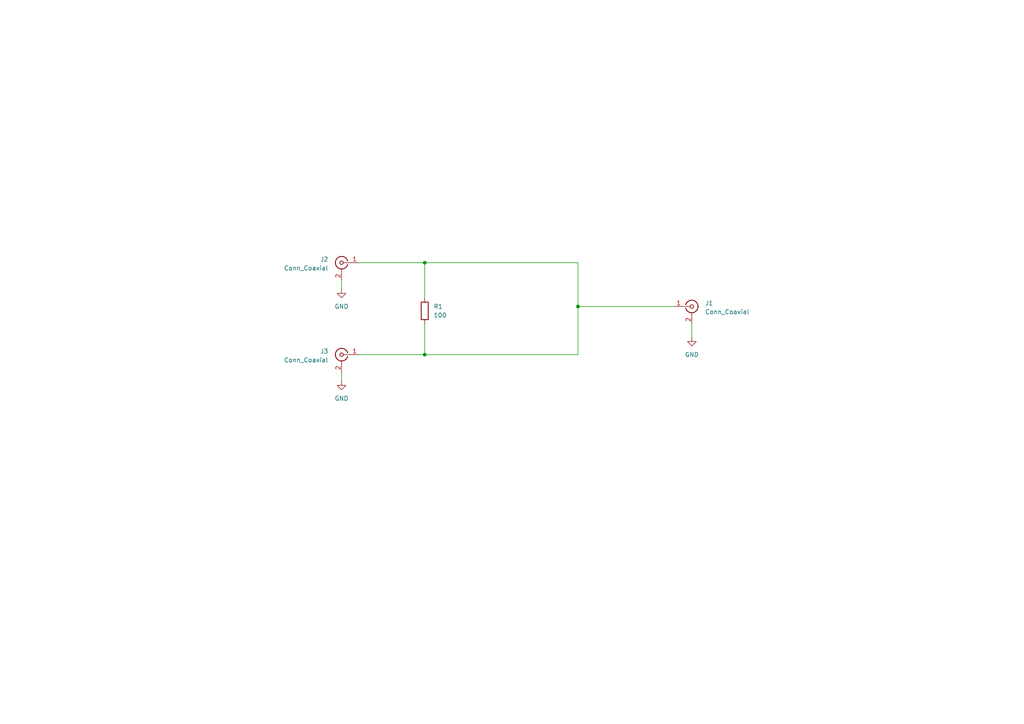
<source format=kicad_sch>
(kicad_sch (version 20250114) (generator "eeschema") (generator_version "9.0")
  (paper "A4")
  (lib_symbols
    (symbol "Connector:Conn_Coaxial" (pin_names (offset 1.016) (hide yes))
      (property "Reference" "J" (at 0.254 3.048 0))
      (property "Value" "Conn_Coaxial" (at 2.921 0 90))
      (symbol "Conn_Coaxial_0_1"
        (polyline (pts (xy -2.54 0) (xy -0.508 0)))
        (arc (start 1.778 0) (mid 0.222 -1.8079) (end -1.778 -0.508) (stroke (width 0.254)))
        (arc (start -1.778 0.508) (mid 0.2221 1.8084) (end 1.778 0) (stroke (width 0.254)))
        (circle (center 0 0) (radius 0.508) (stroke (width 0.2032)))
        (polyline (pts (xy 0 -2.54) (xy 0 -1.778)))
      )
      (symbol "Conn_Coaxial_1_1"
        (pin passive line (at -5.08 0 0) (length 2.54) (name "In") (number "1"))
        (pin passive line (at 0 -5.08 90) (length 2.54) (name "Ext") (number "2"))
      )
    )
    (symbol "Device:R" (pin_numbers (hide yes)) (pin_names (offset 0))
      (property "Reference" "R" (at 2.032 0 90))
      (property "Value" "R" (at 0 0 90))
      (symbol "R_0_1"
        (rectangle (start -1.016 -2.54) (end 1.016 2.54) (stroke (width 0.254)))
      )
      (symbol "R_1_1"
        (pin passive line (at 0 3.81 270) (length 1.27) (name "~") (number "1"))
        (pin passive line (at 0 -3.81 90) (length 1.27) (name "~") (number "2"))
      )
    )
    (symbol "power:GND" (power) (pin_numbers (hide yes)) (pin_names (offset 0) (hide yes))
      (property "Value" "GND" (at 0 -3.81 0))
      (symbol "GND_0_1"
        (polyline (pts (xy 0 0) (xy 0 -1.27) (xy 1.27 -1.27) (xy 0 -2.54) (xy -1.27 -1.27) (xy 0 -1.27)))
      )
      (symbol "GND_1_1"
        (pin power_in line (at 0 0 270) (length 0) (name "~") (number "1"))
      )
    )
  )
  (junction (at 167.64 88.9))
  (junction (at 123.19 76.2))
  (junction (at 123.19 102.87))
  (wire (pts (xy 167.64 88.9) (xy 195.58 88.9)))
  (wire (pts (xy 200.66 93.98) (xy 200.66 97.79)))
  (wire (pts (xy 99.06 81.28) (xy 99.06 83.82)))
  (wire (pts (xy 123.19 93.98) (xy 123.19 102.87)))
  (wire (pts (xy 123.19 76.2) (xy 123.19 86.36)))
  (wire (pts (xy 123.19 102.87) (xy 167.64 102.87)))
  (wire (pts (xy 104.14 76.2) (xy 123.19 76.2)))
  (wire (pts (xy 123.19 76.2) (xy 167.64 76.2)))
  (wire (pts (xy 104.14 102.87) (xy 123.19 102.87)))
  (wire (pts (xy 99.06 107.95) (xy 99.06 110.49)))
  (wire (pts (xy 167.64 88.9) (xy 167.64 102.87)))
  (wire (pts (xy 167.64 88.9) (xy 167.64 76.2)))
  (symbol (lib_id "power:GND") (at 99.06 83.82 0) (unit 1)
    (property "Reference" "#PWR08" (effects (hide yes)))
    (property "Value" "GND" (at 99.06 88.9 0))
    (property "Description" "Power symbol creates a global label with name \"GND\" , ground" (effects (hide yes)))
  )
  (symbol (lib_id "Connector:Conn_Coaxial") (at 200.66 88.9 0) (unit 1)
    (property "Reference" "J1" (at 204.47 87.9231 0) (effects (justify left)))
    (property "Value" "Conn_Coaxial" (at 204.47 90.4631 0) (effects (justify left)))
    (property "Footprint" "Connector_Coaxial:SMA_Amphenol_132289_EdgeMount" (effects (hide yes)))
    (property "Description" "coaxial connector (BNC, SMA, SMB, SMC, Cinch/RCA, LEMO, ...)" (effects (hide yes)))
  )
  (symbol (lib_id "power:GND") (at 200.66 97.79 0) (unit 1)
    (property "Reference" "#PWR07" (effects (hide yes)))
    (property "Value" "GND" (at 200.66 102.87 0))
    (property "Description" "Power symbol creates a global label with name \"GND\" , ground" (effects (hide yes)))
  )
  (symbol (lib_id "Connector:Conn_Coaxial") (at 99.06 102.87 0) (mirror y) (unit 1)
    (property "Reference" "J3" (at 95.25 101.8931 0) (effects (justify left)))
    (property "Value" "Conn_Coaxial" (at 95.25 104.4331 0) (effects (justify left)))
    (property "Footprint" "Connector_Coaxial:SMA_Amphenol_132289_EdgeMount" (effects (hide yes)))
    (property "Description" "coaxial connector (BNC, SMA, SMB, SMC, Cinch/RCA, LEMO, ...)" (effects (hide yes)))
  )
  (symbol (lib_id "Device:R") (at 123.19 90.17 0) (unit 1)
    (property "Reference" "R1" (at 125.73 88.8999 0) (effects (justify left)))
    (property "Value" "100" (at 125.73 91.4399 0) (effects (justify left)))
    (property "Footprint" "Resistor_SMD:R_0402_1005Metric_Pad0.72x0.64mm_HandSolder" (effects (hide yes)))
    (property "Description" "Resistor" (effects (hide yes)))
  )
  (symbol (lib_id "Connector:Conn_Coaxial") (at 99.06 76.2 0) (mirror y) (unit 1)
    (property "Reference" "J2" (at 95.25 75.2231 0) (effects (justify left)))
    (property "Value" "Conn_Coaxial" (at 95.25 77.7631 0) (effects (justify left)))
    (property "Footprint" "Connector_Coaxial:SMA_Amphenol_132289_EdgeMount" (effects (hide yes)))
    (property "Description" "coaxial connector (BNC, SMA, SMB, SMC, Cinch/RCA, LEMO, ...)" (effects (hide yes)))
  )
  (symbol (lib_id "power:GND") (at 99.06 110.49 0) (unit 1)
    (property "Reference" "#PWR09" (effects (hide yes)))
    (property "Value" "GND" (at 99.06 115.57 0))
    (property "Description" "Power symbol creates a global label with name \"GND\" , ground" (effects (hide yes)))
  )
)
</source>
